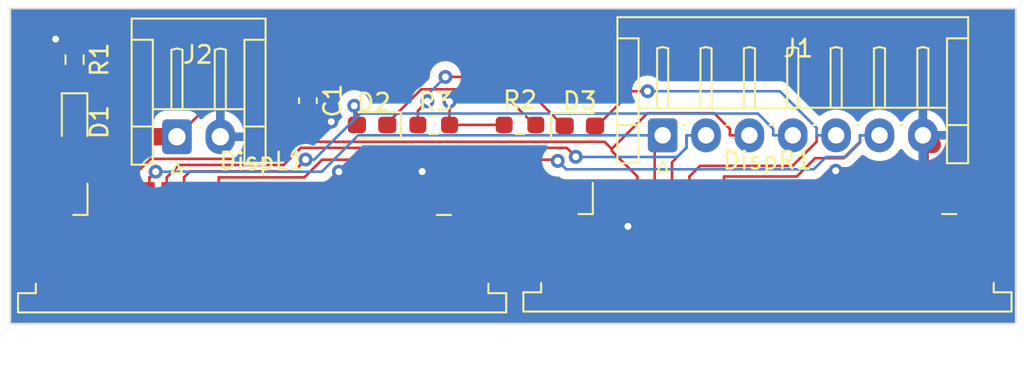
<source format=kicad_pcb>
(kicad_pcb (version 20221018) (generator pcbnew)
  (layers (0 "F.Cu" signal) (31 "B.Cu" signal) (34 "B.Paste" user) (35 "F.Paste" user) (36 "B.SilkS" user "B.Silkscreen") (37 "F.SilkS" user "F.Silkscreen") (38 "B.Mask" user) (39 "F.Mask" user) (44 "Edge.Cuts" user))
  (net 0 "")
  (net 1 "GND")
  (net 2 "SCK1")
  (net 3 "MISO1")
  (net 4 "MOSI1")
  (net 5 "CS1")
  (net 7 "RESET")
  (net 14 "CS2")
  (net 22 "+5V")
  (net 23 "Net-(D1-K)")
  (net 24 "Net-(D2-K)")
  (net 25 "Net-(D3-K)")
  (footprint "LED_SMD:LED_0603_1608Metric_Pad1.05x0.95mm_HandSolder" (layer "F.Cu") (at 126.975 38.1)
    (fp_text reference "D3" (at 0 -1.43) (layer "F.SilkS"))
    (fp_text value "Blue")
    (fp_line (start -1.66 -0.735) (end -1.66 0.735) (stroke (width 0.12)) (layer "F.SilkS"))
    (fp_line (start -1.66 0.735) (end 0.8 0.735) (stroke (width 0.12)) (layer "F.SilkS"))
    (fp_line (start 0.8 -0.735) (end -1.66 -0.735) (stroke (width 0.12)) (layer "F.SilkS"))
    (pad "1" smd roundrect (at -0.875 0) (size 1.05 0.95) (layers "F.Cu" "F.Paste" "F.Mask") (net 25 "Net-(D3-K)"))
    (pad "2" smd roundrect (at 0.875 0) (size 1.05 0.95) (layers "F.Cu" "F.Paste" "F.Mask") (net 14 "CS2"))
  )
  (footprint "Connector_JST:JST_EH_S7B-EH_1x07_P2.50mm_Horizontal" (layer "F.Cu") (at 131.75 38.65)
    (fp_text reference "J1" (at 7.82 -5.01) (layer "F.SilkS"))
    (fp_text value "Conn_01x07")
    (fp_line (start -2.61 -6.81) (end 17.61 -6.81) (stroke (width 0.12)) (layer "F.SilkS"))
    (fp_line (start -2.61 -5.59) (end -1.39 -5.59) (stroke (width 0.12)) (layer "F.SilkS"))
    (fp_line (start -2.61 1.61) (end -2.61 -6.81) (stroke (width 0.12)) (layer "F.SilkS"))
    (fp_line (start -1.39 -5.59) (end -1.39 -0.59) (stroke (width 0.12)) (layer "F.SilkS"))
    (fp_line (start -1.39 -1.59) (end 16.39 -1.59) (stroke (width 0.12)) (layer "F.SilkS"))
    (fp_line (start -1.39 -0.59) (end -2.61 -0.59) (stroke (width 0.12)) (layer "F.SilkS"))
    (fp_line (start -1.39 -0.59) (end -1.39 1.61) (stroke (width 0.12)) (layer "F.SilkS"))
    (fp_line (start -1.39 1.61) (end -2.61 1.61) (stroke (width 0.12)) (layer "F.SilkS"))
    (fp_line (start -0.32 -5.01) (end 0 -5.09) (stroke (width 0.12)) (layer "F.SilkS"))
    (fp_line (start -0.32 -1.59) (end -0.32 -5.01) (stroke (width 0.12)) (layer "F.SilkS"))
    (fp_line (start -0.3 2.1) (end 0.3 2.1) (stroke (width 0.12)) (layer "F.SilkS"))
    (fp_line (start 0 -5.09) (end 0.32 -5.01) (stroke (width 0.12)) (layer "F.SilkS"))
    (fp_line (start 0 -1.59) (end -0.32 -1.59) (stroke (width 0.12)) (layer "F.SilkS"))
    (fp_line (start 0 1.5) (end -0.3 2.1) (stroke (width 0.12)) (layer "F.SilkS"))
    (fp_line (start 0.3 2.1) (end 0 1.5) (stroke (width 0.12)) (layer "F.SilkS"))
    (fp_line (start 0.32 -5.01) (end 0.32 -1.59) (stroke (width 0.12)) (layer "F.SilkS"))
    (fp_line (start 0.32 -1.59) (end 0 -1.59) (stroke (width 0.12)) (layer "F.SilkS"))
    (fp_line (start 1.17 -0.59) (end 1.33 -0.59) (stroke (width 0.12)) (layer "F.SilkS"))
    (fp_line (start 2.18 -5.01) (end 2.5 -5.09) (stroke (width 0.12)) (layer "F.SilkS"))
    (fp_line (start 2.18 -1.59) (end 2.18 -5.01) (stroke (width 0.12)) (layer "F.SilkS"))
    (fp_line (start 2.5 -5.09) (end 2.82 -5.01) (stroke (width 0.12)) (layer "F.SilkS"))
    (fp_line (start 2.5 -1.59) (end 2.18 -1.59) (stroke (width 0.12)) (layer "F.SilkS"))
    (fp_line (start 2.82 -5.01) (end 2.82 -1.59) (stroke (width 0.12)) (layer "F.SilkS"))
    (fp_line (start 2.82 -1.59) (end 2.5 -1.59) (stroke (width 0.12)) (layer "F.SilkS"))
    (fp_line (start 3.67 -0.59) (end 3.83 -0.59) (stroke (width 0.12)) (layer "F.SilkS"))
    (fp_line (start 4.68 -5.01) (end 5 -5.09) (stroke (width 0.12)) (layer "F.SilkS"))
    (fp_line (start 4.68 -1.59) (end 4.68 -5.01) (stroke (width 0.12)) (layer "F.SilkS"))
    (fp_line (start 5 -5.09) (end 5.32 -5.01) (stroke (width 0.12)) (layer "F.SilkS"))
    (fp_line (start 5 -1.59) (end 4.68 -1.59) (stroke (width 0.12)) (layer "F.SilkS"))
    (fp_line (start 5.32 -5.01) (end 5.32 -1.59) (stroke (width 0.12)) (layer "F.SilkS"))
    (fp_line (start 5.32 -1.59) (end 5 -1.59) (stroke (width 0.12)) (layer "F.SilkS"))
    (fp_line (start 6.17 -0.59) (end 6.33 -0.59) (stroke (width 0.12)) (layer "F.SilkS"))
    (fp_line (start 7.18 -5.01) (end 7.5 -5.09) (stroke (width 0.12)) (layer "F.SilkS"))
    (fp_line (start 7.18 -1.59) (end 7.18 -5.01) (stroke (width 0.12)) (layer "F.SilkS"))
    (fp_line (start 7.5 -5.09) (end 7.82 -5.01) (stroke (width 0.12)) (layer "F.SilkS"))
    (fp_line (start 7.5 -1.59) (end 7.18 -1.59) (stroke (width 0.12)) (layer "F.SilkS"))
    (fp_line (start 7.82 -5.01) (end 7.82 -1.59) (stroke (width 0.12)) (layer "F.SilkS"))
    (fp_line (start 7.82 -1.59) (end 7.5 -1.59) (stroke (width 0.12)) (layer "F.SilkS"))
    (fp_line (start 8.67 -0.59) (end 8.83 -0.59) (stroke (width 0.12)) (layer "F.SilkS"))
    (fp_line (start 9.68 -5.01) (end 10 -5.09) (stroke (width 0.12)) (layer "F.SilkS"))
    (fp_line (start 9.68 -1.59) (end 9.68 -5.01) (stroke (width 0.12)) (layer "F.SilkS"))
    (fp_line (start 10 -5.09) (end 10.32 -5.01) (stroke (width 0.12)) (layer "F.SilkS"))
    (fp_line (start 10 -1.59) (end 9.68 -1.59) (stroke (width 0.12)) (layer "F.SilkS"))
    (fp_line (start 10.32 -5.01) (end 10.32 -1.59) (stroke (width 0.12)) (layer "F.SilkS"))
    (fp_line (start 10.32 -1.59) (end 10 -1.59) (stroke (width 0.12)) (layer "F.SilkS"))
    (fp_line (start 11.17 -0.59) (end 11.33 -0.59) (stroke (width 0.12)) (layer "F.SilkS"))
    (fp_line (start 12.18 -5.01) (end 12.5 -5.09) (stroke (width 0.12)) (layer "F.SilkS"))
    (fp_line (start 12.18 -1.59) (end 12.18 -5.01) (stroke (width 0.12)) (layer "F.SilkS"))
    (fp_line (start 12.5 -5.09) (end 12.82 -5.01) (stroke (width 0.12)) (layer "F.SilkS"))
    (fp_line (start 12.5 -1.59) (end 12.18 -1.59) (stroke (width 0.12)) (layer "F.SilkS"))
    (fp_line (start 12.82 -5.01) (end 12.82 -1.59) (stroke (width 0.12)) (layer "F.SilkS"))
    (fp_line (start 12.82 -1.59) (end 12.5 -1.59) (stroke (width 0.12)) (layer "F.SilkS"))
    (fp_line (start 13.67 -0.59) (end 13.83 -0.59) (stroke (width 0.12)) (layer "F.SilkS"))
    (fp_line (start 14.68 -5.01) (end 15 -5.09) (stroke (width 0.12)) (layer "F.SilkS"))
    (fp_line (start 14.68 -1.59) (end 14.68 -5.01) (stroke (width 0.12)) (layer "F.SilkS"))
    (fp_line (start 15 -5.09) (end 15.32 -5.01) (stroke (width 0.12)) (layer "F.SilkS"))
    (fp_line (start 15 -1.59) (end 14.68 -1.59) (stroke (width 0.12)) (layer "F.SilkS"))
    (fp_line (start 15.32 -5.01) (end 15.32 -1.59) (stroke (width 0.12)) (layer "F.SilkS"))
    (fp_line (start 15.32 -1.59) (end 15 -1.59) (stroke (width 0.12)) (layer "F.SilkS"))
    (fp_line (start 16.39 -5.59) (end 16.39 -0.59) (stroke (width 0.12)) (layer "F.SilkS"))
    (fp_line (start 16.39 -0.59) (end 17.61 -0.59) (stroke (width 0.12)) (layer "F.SilkS"))
    (fp_line (start 16.39 1.61) (end 16.39 -0.59) (stroke (width 0.12)) (layer "F.SilkS"))
    (fp_line (start 17.61 -6.81) (end 17.61 1.61) (stroke (width 0.12)) (layer "F.SilkS"))
    (fp_line (start 17.61 -5.59) (end 16.39 -5.59) (stroke (width 0.12)) (layer "F.SilkS"))
    (fp_line (start 17.61 1.61) (end 16.39 1.61) (stroke (width 0.12)) (layer "F.SilkS"))
    (pad "1" thru_hole roundrect (at 0 0) (size 1.7 1.95) (drill 0.95) (layers "*.Cu" "*.Mask") (roundrect_rratio 0.1470588235) (net 3 "MISO1"))
    (pad "2" thru_hole oval (at 2.5 0) (size 1.7 1.95) (drill 0.95) (layers "*.Cu" "*.Mask") (net 4 "MOSI1"))
    (pad "3" thru_hole oval (at 5 0) (size 1.7 1.95) (drill 0.95) (layers "*.Cu" "*.Mask") (net 2 "SCK1"))
    (pad "4" thru_hole oval (at 7.5 0) (size 1.7 1.95) (drill 0.95) (layers "*.Cu" "*.Mask") (net 5 "CS1"))
    (pad "5" thru_hole oval (at 10 0) (size 1.7 1.95) (drill 0.95) (layers "*.Cu" "*.Mask") (net 14 "CS2"))
    (pad "6" thru_hole oval (at 12.5 0) (size 1.7 1.95) (drill 0.95) (layers "*.Cu" "*.Mask") (net 7 "RESET"))
    (pad "7" thru_hole oval (at 15 0) (size 1.7 1.95) (drill 0.95) (layers "*.Cu" "*.Mask") (net 1 "GND"))
  )
  (footprint "Connector_FFC-FPC:TE_2-84952-0_1x20-1MP_P1.0mm_Horizontal" (layer "F.Cu") (at 108.66 44.15)
    (fp_text reference "DispL1" (at 0 -4) (layer "F.SilkS"))
    (fp_text value "Conn_02x10_Odd_Even")
    (fp_line (start -14.07 3.6) (end -13.045 3.6) (stroke (width 0.12)) (layer "F.SilkS"))
    (fp_line (start -14.07 4.71) (end -14.07 3.6) (stroke (width 0.12)) (layer "F.SilkS"))
    (fp_line (start -13.045 3.6) (end -13.045 3.06) (stroke (width 0.12)) (layer "F.SilkS"))
    (fp_line (start -10.89 -0.91) (end -10.065 -0.91) (stroke (width 0.12)) (layer "F.SilkS"))
    (fp_line (start -10.065 -0.91) (end -10.065 -2.71) (stroke (width 0.12)) (layer "F.SilkS"))
    (fp_line (start 10.065 -0.91) (end 10.89 -0.91) (stroke (width 0.12)) (layer "F.SilkS"))
    (fp_line (start 13.045 3.06) (end 13.045 3.6) (stroke (width 0.12)) (layer "F.SilkS"))
    (fp_line (start 13.045 3.6) (end 14.07 3.6) (stroke (width 0.12)) (layer "F.SilkS"))
    (fp_line (start 14.07 3.6) (end 14.07 4.71) (stroke (width 0.12)) (layer "F.SilkS"))
    (fp_line (start 14.07 4.71) (end -14.07 4.71) (stroke (width 0.12)) (layer "F.SilkS"))
    (pad "1" smd rect (at -9.5 -1.8) (size 0.61 2) (layers "F.Cu" "F.Paste" "F.Mask") (net 22 "+5V"))
    (pad "2" smd rect (at -8.5 -1.8) (size 0.61 2) (layers "F.Cu" "F.Paste" "F.Mask") (net 1 "GND"))
    (pad "3" smd rect (at -7.5 -1.8) (size 0.61 2) (layers "F.Cu" "F.Paste" "F.Mask") (net 2 "SCK1"))
    (pad "4" smd rect (at -6.5 -1.8) (size 0.61 2) (layers "F.Cu" "F.Paste" "F.Mask") (net 3 "MISO1"))
    (pad "5" smd rect (at -5.5 -1.8) (size 0.61 2) (layers "F.Cu" "F.Paste" "F.Mask") (net 4 "MOSI1"))
    (pad "6" smd rect (at -4.5 -1.8) (size 0.61 2) (layers "F.Cu" "F.Paste" "F.Mask") (net 5 "CS1"))
    (pad "7" smd rect (at -3.5 -1.8) (size 0.61 2) (layers "F.Cu" "F.Paste" "F.Mask"))
    (pad "8" smd rect (at -2.5 -1.8) (size 0.61 2) (layers "F.Cu" "F.Paste" "F.Mask") (net 7 "RESET"))
    (pad "9" smd rect (at -1.5 -1.8) (size 0.61 2) (layers "F.Cu" "F.Paste" "F.Mask"))
    (pad "10" smd rect (at -0.5 -1.8) (size 0.61 2) (layers "F.Cu" "F.Paste" "F.Mask"))
    (pad "11" smd rect (at 0.5 -1.8) (size 0.61 2) (layers "F.Cu" "F.Paste" "F.Mask"))
    (pad "12" smd rect (at 1.5 -1.8) (size 0.61 2) (layers "F.Cu" "F.Paste" "F.Mask"))
    (pad "13" smd rect (at 2.5 -1.8) (size 0.61 2) (layers "F.Cu" "F.Paste" "F.Mask"))
    (pad "14" smd rect (at 3.5 -1.8) (size 0.61 2) (layers "F.Cu" "F.Paste" "F.Mask"))
    (pad "15" smd rect (at 4.5 -1.8) (size 0.61 2) (layers "F.Cu" "F.Paste" "F.Mask") (net 1 "GND"))
    (pad "16" smd rect (at 5.5 -1.8) (size 0.61 2) (layers "F.Cu" "F.Paste" "F.Mask") (net 22 "+5V"))
    (pad "17" smd rect (at 6.5 -1.8) (size 0.61 2) (layers "F.Cu" "F.Paste" "F.Mask") (net 22 "+5V"))
    (pad "18" smd rect (at 7.5 -1.8) (size 0.61 2) (layers "F.Cu" "F.Paste" "F.Mask") (net 22 "+5V"))
    (pad "19" smd rect (at 8.5 -1.8) (size 0.61 2) (layers "F.Cu" "F.Paste" "F.Mask") (net 1 "GND"))
    (pad "20" smd rect (at 9.5 -1.8) (size 0.61 2) (layers "F.Cu" "F.Paste" "F.Mask") (net 1 "GND"))
    (pad "MP" smd rect (at -12.49 1) (size 2.68 3.6) (layers "F.Cu" "F.Paste" "F.Mask"))
    (pad "MP" smd rect (at 12.49 1) (size 2.68 3.6) (layers "F.Cu" "F.Paste" "F.Mask"))
  )
  (footprint "LED_SMD:LED_0603_1608Metric_Pad1.05x0.95mm_HandSolder" (layer "F.Cu") (at 97.85 37.8875 -90)
    (fp_text reference "D1" (at 0 -1.43 90) (layer "F.SilkS"))
    (fp_text value "Green")
    (fp_line (start -1.66 -0.735) (end -1.66 0.735) (stroke (width 0.12)) (layer "F.SilkS"))
    (fp_line (start -1.66 0.735) (end 0.8 0.735) (stroke (width 0.12)) (layer "F.SilkS"))
    (fp_line (start 0.8 -0.735) (end -1.66 -0.735) (stroke (width 0.12)) (layer "F.SilkS"))
    (pad "1" smd roundrect (at -0.875 0 270) (size 1.05 0.95) (layers "F.Cu" "F.Paste" "F.Mask") (net 23 "Net-(D1-K)"))
    (pad "2" smd roundrect (at 0.875 0 270) (size 1.05 0.95) (layers "F.Cu" "F.Paste" "F.Mask") (net 22 "+5V"))
  )
  (footprint "Resistor_SMD:R_0603_1608Metric_Pad0.98x0.95mm_HandSolder" (layer "F.Cu") (at 97.85 34.2875 -90)
    (fp_text reference "R1" (at 0 -1.43 90) (layer "F.SilkS"))
    (fp_text value "150Ohm")
    (fp_line (start -0.254724 -0.5225) (end 0.254724 -0.5225) (stroke (width 0.12)) (layer "F.SilkS"))
    (fp_line (start -0.254724 0.5225) (end 0.254724 0.5225) (stroke (width 0.12)) (layer "F.SilkS"))
    (pad "1" smd roundrect (at -0.9125 0 270) (size 0.975 0.95) (layers "F.Cu" "F.Paste" "F.Mask") (net 1 "GND"))
    (pad "2" smd roundrect (at 0.9125 0 270) (size 0.975 0.95) (layers "F.Cu" "F.Paste" "F.Mask") (net 23 "Net-(D1-K)"))
  )
  (footprint "Connector_FFC-FPC:TE_2-84952-0_1x20-1MP_P1.0mm_Horizontal" (layer "F.Cu") (at 137.79 44.1)
    (fp_text reference "DispR1" (at 0 -4) (layer "F.SilkS"))
    (fp_text value "Conn_02x10_Odd_Even")
    (fp_line (start -14.07 3.6) (end -13.045 3.6) (stroke (width 0.12)) (layer "F.SilkS"))
    (fp_line (start -14.07 4.71) (end -14.07 3.6) (stroke (width 0.12)) (layer "F.SilkS"))
    (fp_line (start -13.045 3.6) (end -13.045 3.06) (stroke (width 0.12)) (layer "F.SilkS"))
    (fp_line (start -10.89 -0.91) (end -10.065 -0.91) (stroke (width 0.12)) (layer "F.SilkS"))
    (fp_line (start -10.065 -0.91) (end -10.065 -2.71) (stroke (width 0.12)) (layer "F.SilkS"))
    (fp_line (start 10.065 -0.91) (end 10.89 -0.91) (stroke (width 0.12)) (layer "F.SilkS"))
    (fp_line (start 13.045 3.06) (end 13.045 3.6) (stroke (width 0.12)) (layer "F.SilkS"))
    (fp_line (start 13.045 3.6) (end 14.07 3.6) (stroke (width 0.12)) (layer "F.SilkS"))
    (fp_line (start 14.07 3.6) (end 14.07 4.71) (stroke (width 0.12)) (layer "F.SilkS"))
    (fp_line (start 14.07 4.71) (end -14.07 4.71) (stroke (width 0.12)) (layer "F.SilkS"))
    (pad "1" smd rect (at -9.5 -1.8) (size 0.61 2) (layers "F.Cu" "F.Paste" "F.Mask") (net 22 "+5V"))
    (pad "2" smd rect (at -8.5 -1.8) (size 0.61 2) (layers "F.Cu" "F.Paste" "F.Mask") (net 1 "GND"))
    (pad "3" smd rect (at -7.5 -1.8) (size 0.61 2) (layers "F.Cu" "F.Paste" "F.Mask") (net 2 "SCK1"))
    (pad "4" smd rect (at -6.5 -1.8) (size 0.61 2) (layers "F.Cu" "F.Paste" "F.Mask") (net 3 "MISO1"))
    (pad "5" smd rect (at -5.5 -1.8) (size 0.61 2) (layers "F.Cu" "F.Paste" "F.Mask") (net 4 "MOSI1"))
    (pad "6" smd rect (at -4.5 -1.8) (size 0.61 2) (layers "F.Cu" "F.Paste" "F.Mask") (net 14 "CS2"))
    (pad "7" smd rect (at -3.5 -1.8) (size 0.61 2) (layers "F.Cu" "F.Paste" "F.Mask"))
    (pad "8" smd rect (at -2.5 -1.8) (size 0.61 2) (layers "F.Cu" "F.Paste" "F.Mask") (net 7 "RESET"))
    (pad "9" smd rect (at -1.5 -1.8) (size 0.61 2) (layers "F.Cu" "F.Paste" "F.Mask"))
    (pad "10" smd rect (at -0.5 -1.8) (size 0.61 2) (layers "F.Cu" "F.Paste" "F.Mask"))
    (pad "11" smd rect (at 0.5 -1.8) (size 0.61 2) (layers "F.Cu" "F.Paste" "F.Mask"))
    (pad "12" smd rect (at 1.5 -1.8) (size 0.61 2) (layers "F.Cu" "F.Paste" "F.Mask"))
    (pad "13" smd rect (at 2.5 -1.8) (size 0.61 2) (layers "F.Cu" "F.Paste" "F.Mask"))
    (pad "14" smd rect (at 3.5 -1.8) (size 0.61 2) (layers "F.Cu" "F.Paste" "F.Mask"))
    (pad "15" smd rect (at 4.5 -1.8) (size 0.61 2) (layers "F.Cu" "F.Paste" "F.Mask") (net 1 "GND"))
    (pad "16" smd rect (at 5.5 -1.8) (size 0.61 2) (layers "F.Cu" "F.Paste" "F.Mask") (net 22 "+5V"))
    (pad "17" smd rect (at 6.5 -1.8) (size 0.61 2) (layers "F.Cu" "F.Paste" "F.Mask") (net 22 "+5V"))
    (pad "18" smd rect (at 7.5 -1.8) (size 0.61 2) (layers "F.Cu" "F.Paste" "F.Mask") (net 22 "+5V"))
    (pad "19" smd rect (at 8.5 -1.8) (size 0.61 2) (layers "F.Cu" "F.Paste" "F.Mask") (net 1 "GND"))
    (pad "20" smd rect (at 9.5 -1.8) (size 0.61 2) (layers "F.Cu" "F.Paste" "F.Mask") (net 1 "GND"))
    (pad "MP" smd rect (at -12.49 1) (size 2.68 3.6) (layers "F.Cu" "F.Paste" "F.Mask"))
    (pad "MP" smd rect (at 12.49 1) (size 2.68 3.6) (layers "F.Cu" "F.Paste" "F.Mask"))
  )
  (footprint "LED_SMD:LED_0603_1608Metric_Pad1.05x0.95mm_HandSolder" (layer "F.Cu") (at 115 38.05 180)
    (fp_text reference "D2" (at -0.1 1.3) (layer "F.SilkS"))
    (fp_text value "Blue")
    (fp_line (start -1.66 -0.735) (end -1.66 0.735) (stroke (width 0.12)) (layer "F.SilkS"))
    (fp_line (start -1.66 0.735) (end 0.8 0.735) (stroke (width 0.12)) (layer "F.SilkS"))
    (fp_line (start 0.8 -0.735) (end -1.66 -0.735) (stroke (width 0.12)) (layer "F.SilkS"))
    (pad "1" smd roundrect (at -0.875 0 180) (size 1.05 0.95) (layers "F.Cu" "F.Paste" "F.Mask") (net 24 "Net-(D2-K)"))
    (pad "2" smd roundrect (at 0.875 0 180) (size 1.05 0.95) (layers "F.Cu" "F.Paste" "F.Mask") (net 5 "CS1"))
  )
  (footprint "Resistor_SMD:R_0603_1608Metric_Pad0.98x0.95mm_HandSolder" (layer "F.Cu") (at 118.55 38.05 180)
    (fp_text reference "R3" (at -0.1 1.3) (layer "F.SilkS"))
    (fp_text value "150Ohm")
    (fp_line (start -0.254724 -0.5225) (end 0.254724 -0.5225) (stroke (width 0.12)) (layer "F.SilkS"))
    (fp_line (start -0.254724 0.5225) (end 0.254724 0.5225) (stroke (width 0.12)) (layer "F.SilkS"))
    (pad "1" smd roundrect (at -0.9125 0 180) (size 0.975 0.95) (layers "F.Cu" "F.Paste" "F.Mask") (net 1 "GND"))
    (pad "2" smd roundrect (at 0.9125 0 180) (size 0.975 0.95) (layers "F.Cu" "F.Paste" "F.Mask") (net 25 "Net-(D3-K)"))
  )
  (footprint "Resistor_SMD:R_0603_1608Metric_Pad0.98x0.95mm_HandSolder" (layer "F.Cu") (at 123.525 38.05)
    (fp_text reference "R2" (at 0 -1.43) (layer "F.SilkS"))
    (fp_text value "150Ohm")
    (fp_line (start -0.254724 -0.5225) (end 0.254724 -0.5225) (stroke (width 0.12)) (layer "F.SilkS"))
    (fp_line (start -0.254724 0.5225) (end 0.254724 0.5225) (stroke (width 0.12)) (layer "F.SilkS"))
    (pad "1" smd roundrect (at -0.9125 0) (size 0.975 0.95) (layers "F.Cu" "F.Paste" "F.Mask") (net 1 "GND"))
    (pad "2" smd roundrect (at 0.9125 0) (size 0.975 0.95) (layers "F.Cu" "F.Paste" "F.Mask") (net 24 "Net-(D2-K)"))
  )
  (footprint "Connector_JST:JST_EH_S2B-EH_1x02_P2.50mm_Horizontal" (layer "F.Cu") (at 103.75 38.7325)
    (fp_text reference "J2" (at 1.2 -4.7325) (layer "F.SilkS"))
    (fp_text value "Conn_01x02")
    (fp_line (start -2.61 -6.81) (end 5.11 -6.81) (stroke (width 0.12)) (layer "F.SilkS"))
    (fp_line (start -2.61 -5.59) (end -1.39 -5.59) (stroke (width 0.12)) (layer "F.SilkS"))
    (fp_line (start -2.61 1.61) (end -2.61 -6.81) (stroke (width 0.12)) (layer "F.SilkS"))
    (fp_line (start -1.39 -5.59) (end -1.39 -0.59) (stroke (width 0.12)) (layer "F.SilkS"))
    (fp_line (start -1.39 -1.59) (end 3.89 -1.59) (stroke (width 0.12)) (layer "F.SilkS"))
    (fp_line (start -1.39 -0.59) (end -2.61 -0.59) (stroke (width 0.12)) (layer "F.SilkS"))
    (fp_line (start -1.39 -0.59) (end -1.39 1.61) (stroke (width 0.12)) (layer "F.SilkS"))
    (fp_line (start -1.39 1.61) (end -2.61 1.61) (stroke (width 0.12)) (layer "F.SilkS"))
    (fp_line (start -0.32 -5.01) (end 0 -5.09) (stroke (width 0.12)) (layer "F.SilkS"))
    (fp_line (start -0.32 -1.59) (end -0.32 -5.01) (stroke (width 0.12)) (layer "F.SilkS"))
    (fp_line (start -0.3 2.1) (end 0.3 2.1) (stroke (width 0.12)) (layer "F.SilkS"))
    (fp_line (start 0 -5.09) (end 0.32 -5.01) (stroke (width 0.12)) (layer "F.SilkS"))
    (fp_line (start 0 -1.59) (end -0.32 -1.59) (stroke (width 0.12)) (layer "F.SilkS"))
    (fp_line (start 0 1.5) (end -0.3 2.1) (stroke (width 0.12)) (layer "F.SilkS"))
    (fp_line (start 0.3 2.1) (end 0 1.5) (stroke (width 0.12)) (layer "F.SilkS"))
    (fp_line (start 0.32 -5.01) (end 0.32 -1.59) (stroke (width 0.12)) (layer "F.SilkS"))
    (fp_line (start 0.32 -1.59) (end 0 -1.59) (stroke (width 0.12)) (layer "F.SilkS"))
    (fp_line (start 1.17 -0.59) (end 1.33 -0.59) (stroke (width 0.12)) (layer "F.SilkS"))
    (fp_line (start 2.18 -5.01) (end 2.5 -5.09) (stroke (width 0.12)) (layer "F.SilkS"))
    (fp_line (start 2.18 -1.59) (end 2.18 -5.01) (stroke (width 0.12)) (layer "F.SilkS"))
    (fp_line (start 2.5 -5.09) (end 2.82 -5.01) (stroke (width 0.12)) (layer "F.SilkS"))
    (fp_line (start 2.5 -1.59) (end 2.18 -1.59) (stroke (width 0.12)) (layer "F.SilkS"))
    (fp_line (start 2.82 -5.01) (end 2.82 -1.59) (stroke (width 0.12)) (layer "F.SilkS"))
    (fp_line (start 2.82 -1.59) (end 2.5 -1.59) (stroke (width 0.12)) (layer "F.SilkS"))
    (fp_line (start 3.89 -5.59) (end 3.89 -0.59) (stroke (width 0.12)) (layer "F.SilkS"))
    (fp_line (start 3.89 -0.59) (end 5.11 -0.59) (stroke (width 0.12)) (layer "F.SilkS"))
    (fp_line (start 3.89 1.61) (end 3.89 -0.59) (stroke (width 0.12)) (layer "F.SilkS"))
    (fp_line (start 5.11 -6.81) (end 5.11 1.61) (stroke (width 0.12)) (layer "F.SilkS"))
    (fp_line (start 5.11 -5.59) (end 3.89 -5.59) (stroke (width 0.12)) (layer "F.SilkS"))
    (fp_line (start 5.11 1.61) (end 3.89 1.61) (stroke (width 0.12)) (layer "F.SilkS"))
    (pad "1" thru_hole roundrect (at 0 0) (size 1.7 2) (drill 1) (layers "*.Cu" "*.Mask") (roundrect_rratio 0.1470588235) (net 22 "+5V"))
    (pad "2" thru_hole oval (at 2.5 0) (size 1.7 2) (drill 1) (layers "*.Cu" "*.Mask") (net 1 "GND"))
  )
  (footprint "Capacitor_SMD:C_0603_1608Metric_Pad1.08x0.95mm_HandSolder" (layer "F.Cu") (at 111.3 36.65 -90)
    (fp_text reference "C1" (at 0 -1.43 -90) (layer "F.SilkS"))
    (fp_text value "4.7uf")
    (fp_line (start -0.146267 -0.51) (end 0.146267 -0.51) (stroke (width 0.12)) (layer "F.SilkS"))
    (fp_line (start -0.146267 0.51) (end 0.146267 0.51) (stroke (width 0.12)) (layer "F.SilkS"))
    (pad "1" smd roundrect (at -0.8625 0 270) (size 1.075 0.95) (layers "F.Cu" "F.Paste" "F.Mask") (net 22 "+5V"))
    (pad "2" smd roundrect (at 0.8625 0 270) (size 1.075 0.95) (layers "F.Cu" "F.Paste" "F.Mask") (net 1 "GND"))
  )
  (gr_rect (start 94.15 31.35) (end 152.1 49.5) (stroke (width 0.1)) (fill none) (layer "Edge.Cuts"))
  (segment (start 141.725 40.6943) (end 142.056 41.0249) (width 0.15) (layer "F.Cu") (net 1))
  (segment (start 147.02 38.92) (end 147.02 41.0249) (width 0.15) (layer "F.Cu") (net 1))
  (segment (start 146.29 41.0249) (end 147.02 41.0249) (width 0.15) (layer "F.Cu") (net 1))
  (segment (start 96.7589 33.1056) (end 97.5806 33.1056) (width 0.15) (layer "F.Cu") (net 1))
  (segment (start 113.16 42.35) (end 113.16 43.6251) (width 0.15) (layer "F.Cu") (net 1))
  (segment (start 142.056 41.0249) (end 142.29 41.0249) (width 0.15) (layer "F.Cu") (net 1))
  (segment (start 113.16 43.6251) (end 100.16 43.6251) (width 0.15) (layer "F.Cu") (net 1))
  (segment (start 118.16 41.0749) (end 118.16 42.35) (width 0.15) (layer "F.Cu") (net 1))
  (segment (start 113.16 42.35) (end 113.16 41.0749) (width 0.15) (layer "F.Cu") (net 1))
  (segment (start 117.888 40.7402) (end 117.888 41.0749) (width 0.15) (layer "F.Cu") (net 1))
  (segment (start 122.638 38.15) (end 122.588 38.1) (width 0.15) (layer "F.Cu") (net 1))
  (segment (start 111.384 37.6) (end 111.3 37.6) (width 1) (layer "F.Cu") (net 1))
  (segment (start 111.735 37.866) (end 111.469 37.6) (width 0.15) (layer "F.Cu") (net 1))
  (segment (start 117.16 41.0749) (end 117.888 41.0749) (width 0.15) (layer "F.Cu") (net 1))
  (segment (start 97.5806 33.1056) (end 97.85 33.375) (width 0.15) (layer "F.Cu") (net 1))
  (segment (start 111.469 37.6) (end 111.384 37.6) (width 1) (layer "F.Cu") (net 1))
  (segment (start 142.29 41.0249) (end 142.29 42.3) (width 0.15) (layer "F.Cu") (net 1))
  (segment (start 147.02 41.0249) (end 147.29 41.0249) (width 0.15) (layer "F.Cu") (net 1))
  (segment (start 100.16 43.6251) (end 100.16 42.35) (width 0.15) (layer "F.Cu") (net 1))
  (segment (start 117.888 41.0749) (end 118.16 41.0749) (width 0.15) (layer "F.Cu") (net 1))
  (segment (start 147.02 38.92) (end 146.75 38.65) (width 1) (layer "F.Cu") (net 1))
  (segment (start 111.384 37.6) (end 111.3 37.5155) (width 0.15) (layer "F.Cu") (net 1))
  (segment (start 119.4625 38.05) (end 119.462 38.05) (width 0.15) (layer "F.Cu") (net 1))
  (segment (start 122.6125 38.0755) (end 122.6125 38.05) (width 0.15) (layer "F.Cu") (net 1))
  (segment (start 129.423 43.5751) (end 129.748 43.9001) (width 0.15) (layer "F.Cu") (net 1))
  (segment (start 111.3 37.5155) (end 111.3 37.5125) (width 0.15) (layer "F.Cu") (net 1))
  (segment (start 122.588 38.1) (end 122.538 38.05) (width 0.15) (layer "F.Cu") (net 1))
  (segment (start 147.29 41.0249) (end 147.29 42.3) (width 0.15) (layer "F.Cu") (net 1))
  (segment (start 146.29 42.3) (end 146.29 41.0249) (width 0.15) (layer "F.Cu") (net 1))
  (segment (start 129.29 42.3) (end 129.29 43.5751) (width 0.15) (layer "F.Cu") (net 1))
  (segment (start 122.588 38.1) (end 122.6125 38.0755) (width 0.15) (layer "F.Cu") (net 1))
  (segment (start 122.538 38.05) (end 119.4625 38.05) (width 0.15) (layer "F.Cu") (net 1))
  (segment (start 113.084 40.9993) (end 113.084 40.746) (width 0.15) (layer "F.Cu") (net 1))
  (segment (start 112.648 37.866) (end 111.735 37.866) (width 0.15) (layer "F.Cu") (net 1))
  (segment (start 117.16 42.35) (end 117.16 41.0749) (width 0.15) (layer "F.Cu") (net 1))
  (segment (start 147.29 39.19) (end 147.02 38.92) (width 1) (layer "F.Cu") (net 1))
  (segment (start 113.16 41.0749) (end 113.084 40.9993) (width 0.15) (layer "F.Cu") (net 1))
  (segment (start 119.462 38.05) (end 119.462 36.7076) (width 0.15) (layer "F.Cu") (net 1))
  (segment (start 129.29 43.5751) (end 129.423 43.5751) (width 0.15) (layer "F.Cu") (net 1))
  (via (at 119.462 36.7076) (size 0.8) (drill 0.4) (layers "F.Cu" "B.Cu") (net 1))
  (via (at 117.888 40.7402) (size 0.8) (drill 0.4) (layers "F.Cu" "B.Cu") (net 1))
  (via (at 96.7589 33.1056) (size 0.8) (drill 0.4) (layers "F.Cu" "B.Cu") (net 1))
  (via (at 112.648 37.866) (size 0.8) (drill 0.4) (layers "F.Cu" "B.Cu") (net 1))
  (via (at 141.725 40.6943) (size 0.8) (drill 0.4) (layers "F.Cu" "B.Cu") (net 1))
  (via (at 113.084 40.746) (size 0.8) (drill 0.4) (layers "F.Cu" "B.Cu") (net 1))
  (via (at 129.748 43.9001) (size 0.8) (drill 0.4) (layers "F.Cu" "B.Cu") (net 1))
  (segment (start 110.551 39.024) (end 109.566 40.0085) (width 0.15) (layer "F.Cu") (net 2))
  (segment (start 128.402 39.024) (end 110.551 39.024) (width 0.15) (layer "F.Cu") (net 2))
  (segment (start 128.815 39.5503) (end 128.815 39.4375) (width 0.15) (layer "F.Cu") (net 2))
  (segment (start 130.29 42.3) (end 130.29 41.0249) (width 0.15) (layer "F.Cu") (net 2))
  (segment (start 135.625 38.65) (end 136.75 38.65) (width 0.15) (layer "F.Cu") (net 2))
  (segment (start 102.226 40.0085) (end 101.16 41.0749) (width 0.15) (layer "F.Cu") (net 2))
  (segment (start 130.878 37.3749) (end 134.719 37.3749) (width 0.15) (layer "F.Cu") (net 2))
  (segment (start 134.719 37.3749) (end 135.625 38.2804) (width 0.15) (layer "F.Cu") (net 2))
  (segment (start 128.815 39.4375) (end 130.878 37.3749) (width 0.15) (layer "F.Cu") (net 2))
  (segment (start 130.29 41.0249) (end 128.815 39.5503) (width 0.15) (layer "F.Cu") (net 2))
  (segment (start 135.625 38.2804) (end 135.625 38.65) (width 0.15) (layer "F.Cu") (net 2))
  (segment (start 128.815 39.4375) (end 128.402 39.024) (width 0.15) (layer "F.Cu") (net 2))
  (segment (start 101.16 41.0749) (end 101.16 42.35) (width 0.15) (layer "F.Cu") (net 2))
  (segment (start 109.566 40.0085) (end 102.226 40.0085) (width 0.15) (layer "F.Cu") (net 2))
  (segment (start 131.29 42.3) (end 131.29 39.11) (width 0.15) (layer "F.Cu") (net 3))
  (segment (start 102.16 41.0749) (end 102.197 41.0749) (width 0.15) (layer "F.Cu") (net 3))
  (segment (start 131.29 39.11) (end 131.75 38.65) (width 0.15) (layer "F.Cu") (net 3))
  (segment (start 102.16 42.35) (end 102.16 41.0749) (width 0.15) (layer "F.Cu") (net 3))
  (segment (start 102.197 41.0749) (end 102.523 40.7483) (width 0.15) (layer "F.Cu") (net 3))
  (via (at 102.523 40.7483) (size 0.8) (drill 0.4) (layers "F.Cu" "B.Cu") (net 3))
  (segment (start 131.75 38.65) (end 114.201 38.65) (width 0.15) (layer "B.Cu") (net 3))
  (segment (start 114.201 38.65) (end 112.102 40.7483) (width 0.15) (layer "B.Cu") (net 3))
  (segment (start 112.102 40.7483) (end 102.523 40.7483) (width 0.15) (layer "B.Cu") (net 3))
  (segment (start 132.29 40.2022) (end 132.29 42.3) (width 0.15) (layer "F.Cu") (net 4))
  (segment (start 103.876 40.3587) (end 103.16 41.0749) (width 0.15) (layer "F.Cu") (net 4))
  (segment (start 109.904 40.3587) (end 103.876 40.3587) (width 0.15) (layer "F.Cu") (net 4))
  (segment (start 133.125 38.65) (end 133.125 39.3673) (width 0.15) (layer "F.Cu") (net 4))
  (segment (start 133.125 39.3673) (end 132.29 40.2022) (width 0.15) (layer "F.Cu") (net 4))
  (segment (start 103.16 41.0749) (end 103.16 42.35) (width 0.15) (layer "F.Cu") (net 4))
  (segment (start 110.889 39.3741) (end 109.904 40.3587) (width 0.15) (layer "F.Cu") (net 4))
  (segment (start 126.225 39.3741) (end 110.889 39.3741) (width 0.15) (layer "F.Cu") (net 4))
  (segment (start 126.739 39.8877) (end 126.225 39.3741) (width 0.15) (layer "F.Cu") (net 4))
  (segment (start 134.25 38.65) (end 133.125 38.65) (width 0.15) (layer "F.Cu") (net 4))
  (via (at 126.739 39.8877) (size 0.8) (drill 0.4) (layers "F.Cu" "B.Cu") (net 4))
  (segment (start 133.125 39.3532) (end 132.577 39.9012) (width 0.15) (layer "B.Cu") (net 4))
  (segment (start 132.577 39.9012) (end 126.752 39.9012) (width 0.15) (layer "B.Cu") (net 4))
  (segment (start 133.125 38.65) (end 133.125 39.3532) (width 0.15) (layer "B.Cu") (net 4))
  (segment (start 126.752 39.9012) (end 126.739 39.8877) (width 0.15) (layer "B.Cu") (net 4))
  (segment (start 134.25 38.65) (end 133.125 38.65) (width 0.15) (layer "B.Cu") (net 4))
  (segment (start 114.125 37.1009) (end 113.972 36.9483) (width 0.15) (layer "F.Cu") (net 5))
  (segment (start 104.16 41.0749) (end 104.51 40.7247) (width 0.15) (layer "F.Cu") (net 5))
  (segment (start 110.493 40.7247) (end 111.168 40.0492) (width 0.15) (layer "F.Cu") (net 5))
  (segment (start 104.16 42.35) (end 104.16 41.0749) (width 0.15) (layer "F.Cu") (net 5))
  (segment (start 114.125 38.05) (end 114.125 37.1009) (width 0.15) (layer "F.Cu") (net 5))
  (segment (start 104.51 40.7247) (end 110.493 40.7247) (width 0.15) (layer "F.Cu") (net 5))
  (via (at 113.972 36.9483) (size 0.8) (drill 0.4) (layers "F.Cu" "B.Cu") (net 5))
  (via (at 111.168 40.0492) (size 0.8) (drill 0.4) (layers "F.Cu" "B.Cu") (net 5))
  (segment (start 111.168 40.0492) (end 111.664 40.0492) (width 0.15) (layer "B.Cu") (net 5))
  (segment (start 138.125 38.2804) (end 138.125 38.65) (width 0.15) (layer "B.Cu") (net 5))
  (segment (start 114.316 37.3972) (end 137.242 37.3972) (width 0.15) (layer "B.Cu") (net 5))
  (segment (start 137.242 37.3972) (end 138.125 38.2804) (width 0.15) (layer "B.Cu") (net 5))
  (segment (start 113.972 37.7408) (end 113.972 36.9483) (width 0.15) (layer "B.Cu") (net 5))
  (segment (start 138.125 38.65) (end 139.25 38.65) (width 0.15) (layer "B.Cu") (net 5))
  (segment (start 113.972 37.7408) (end 114.316 37.3972) (width 0.15) (layer "B.Cu") (net 5))
  (segment (start 111.664 40.0492) (end 113.972 37.7408) (width 0.15) (layer "B.Cu") (net 5))
  (segment (start 139.483 41.0249) (end 140.538 39.9697) (width 0.15) (layer "F.Cu") (net 7))
  (segment (start 112.117 40.0554) (end 125.632 40.0554) (width 0.15) (layer "F.Cu") (net 7))
  (segment (start 143.125 39.0196) (end 143.125 38.65) (width 0.15) (layer "F.Cu") (net 7))
  (segment (start 135.29 41.0249) (end 139.483 41.0249) (width 0.15) (layer "F.Cu") (net 7))
  (segment (start 135.29 42.3) (end 135.29 41.0249) (width 0.15) (layer "F.Cu") (net 7))
  (segment (start 111.097 41.0749) (end 112.117 40.0554) (width 0.15) (layer "F.Cu") (net 7))
  (segment (start 140.538 39.9697) (end 142.175 39.9697) (width 0.15) (layer "F.Cu") (net 7))
  (segment (start 106.16 41.0749) (end 111.097 41.0749) (width 0.15) (layer "F.Cu") (net 7))
  (segment (start 106.16 42.35) (end 106.16 41.0749) (width 0.15) (layer "F.Cu") (net 7))
  (segment (start 125.632 40.0554) (end 125.701 40.1252) (width 0.15) (layer "F.Cu") (net 7))
  (segment (start 142.175 39.9697) (end 143.125 39.0196) (width 0.15) (layer "F.Cu") (net 7))
  (segment (start 143.125 38.65) (end 144.25 38.65) (width 0.15) (layer "F.Cu") (net 7))
  (via (at 125.701 40.1252) (size 0.8) (drill 0.4) (layers "F.Cu" "B.Cu") (net 7))
  (segment (start 144.25 38.65) (end 143.125 38.65) (width 0.15) (layer "B.Cu") (net 7))
  (segment (start 140.46 40.6092) (end 126.185 40.6092) (width 0.15) (layer "B.Cu") (net 7))
  (segment (start 141.169 39.9002) (end 140.46 40.6092) (width 0.15) (layer "B.Cu") (net 7))
  (segment (start 143.125 39.0719) (end 142.297 39.9002) (width 0.15) (layer "B.Cu") (net 7))
  (segment (start 126.185 40.6092) (end 125.701 40.1252) (width 0.15) (layer "B.Cu") (net 7))
  (segment (start 143.125 38.65) (end 143.125 39.0719) (width 0.15) (layer "B.Cu") (net 7))
  (segment (start 142.297 39.9002) (end 141.169 39.9002) (width 0.15) (layer "B.Cu") (net 7))
  (segment (start 133.29 41.0249) (end 133.904 40.4113) (width 0.15) (layer "F.Cu") (net 14))
  (segment (start 140.625 39.0196) (end 140.625 38.65) (width 0.15) (layer "F.Cu") (net 14))
  (segment (start 139.233 40.4113) (end 140.625 39.0196) (width 0.15) (layer "F.Cu") (net 14))
  (segment (start 140.625 38.65) (end 141.75 38.65) (width 0.15) (layer "F.Cu") (net 14))
  (segment (start 127.85 38.1) (end 127.9125 38.1625) (width 0.15) (layer "F.Cu") (net 14))
  (segment (start 130.879 36.1099) (end 129.965 36.1099) (width 0.15) (layer "F.Cu") (net 14))
  (segment (start 127.9125 38.1625) (end 127.875 38.2) (width 0.15) (layer "F.Cu") (net 14))
  (segment (start 133.29 42.3) (end 133.29 41.0249) (width 0.15) (layer "F.Cu") (net 14))
  (segment (start 129.965 36.1099) (end 127.9125 38.1625) (width 0.15) (layer "F.Cu") (net 14))
  (segment (start 133.904 40.4113) (end 139.233 40.4113) (width 0.15) (layer "F.Cu") (net 14))
  (via (at 130.879 36.1099) (size 0.8) (drill 0.4) (layers "F.Cu" "B.Cu") (net 14))
  (segment (start 140.625 38.65) (end 140.625 38.2281) (width 0.15) (layer "B.Cu") (net 14))
  (segment (start 141.75 38.65) (end 140.625 38.65) (width 0.15) (layer "B.Cu") (net 14))
  (segment (start 138.507 36.1099) (end 130.879 36.1099) (width 0.15) (layer "B.Cu") (net 14))
  (segment (start 140.625 38.2281) (end 138.507 36.1099) (width 0.15) (layer "B.Cu") (net 14))
  (segment (start 145.285 42.3) (end 145.29 42.3) (width 0.15) (layer "F.Cu") (net 22))
  (segment (start 144.29 42.3) (end 143.295 42.3) (width 1) (layer "F.Cu") (net 22))
  (segment (start 111.212 35.7) (end 106.782 35.7) (width 0.15) (layer "F.Cu") (net 22))
  (segment (start 115.16 42.35) (end 114.662 42.35) (width 1) (layer "F.Cu") (net 22))
  (segment (start 115.16 42.35) (end 116.155 42.35) (width 1) (layer "F.Cu") (net 22))
  (segment (start 114.662 42.35) (end 114.165 42.35) (width 0.15) (layer "F.Cu") (net 22))
  (segment (start 143.295 42.3) (end 143.29 42.3) (width 0.15) (layer "F.Cu") (net 22))
  (segment (start 111.212 35.7) (end 111.3 35.7875) (width 0.15) (layer "F.Cu") (net 22))
  (segment (start 100.022 39.7823) (end 98.8698 39.7823) (width 0.15) (layer "F.Cu") (net 22))
  (segment (start 114.165 42.35) (end 114.165 44.05) (width 1) (layer "F.Cu") (net 22))
  (segment (start 116.155 42.35) (end 116.16 42.35) (width 0.15) (layer "F.Cu") (net 22))
  (segment (start 114.165 44.05) (end 113.765 44.45) (width 1) (layer "F.Cu") (net 22))
  (segment (start 144.29 42.995) (end 144.29 42.3) (width 1) (layer "F.Cu") (net 22))
  (segment (start 99.155 41.5) (end 99.155 42.35) (width 1) (layer "F.Cu") (net 22))
  (segment (start 116.965 47.65) (end 127.61 47.65) (width 1) (layer "F.Cu") (net 22))
  (segment (start 127.61 47.65) (end 139.635 47.65) (width 1) (layer "F.Cu") (net 22))
  (segment (start 114.165 42.35) (end 114.16 42.35) (width 0.15) (layer "F.Cu") (net 22))
  (segment (start 99.16 41.505) (end 99.16 42.35) (width 0.15) (layer "F.Cu") (net 22))
  (segment (start 101.072 38.7325) (end 100.022 39.7823) (width 1) (layer "F.Cu") (net 22))
  (segment (start 114.662 42.35) (end 114.165 42.35) (width 1) (layer "F.Cu") (net 22))
  (segment (start 103.75 38.7325) (end 101.072 38.7325) (width 1) (layer "F.Cu") (net 22))
  (segment (start 99.06 43.955) (end 99.555 44.45) (width 1) (layer "F.Cu") (net 22))
  (segment (start 99.155 40.65) (end 99.155 41.5) (width 1) (layer "F.Cu") (net 22))
  (segment (start 144.29 42.3) (end 145.285 42.3) (width 1) (layer "F.Cu") (net 22))
  (segment (start 99.06 40.745) (end 99.06 43.955) (width 1) (layer "F.Cu") (net 22))
  (segment (start 139.635 47.65) (end 144.29 42.995) (width 1) (layer "F.Cu") (net 22))
  (segment (start 128.29 44.6325) (end 128.29 42.3) (width 0.15) (layer "F.Cu") (net 22))
  (segment (start 111.3 35.7) (end 111.212 35.7) (width 0.15) (layer "F.Cu") (net 22))
  (segment (start 128.285 44.6375) (end 128.285 42.3) (width 1) (layer "F.Cu") (net 22))
  (segment (start 113.765 44.45) (end 116.965 47.65) (width 1) (layer "F.Cu") (net 22))
  (segment (start 98.8698 39.7823) (end 97.85 38.7625) (width 0.15) (layer "F.Cu") (net 22))
  (segment (start 128.285 44.6375) (end 128.29 44.6325) (width 0.15) (layer "F.Cu") (net 22))
  (segment (start 106.782 35.7) (end 103.75 38.7325) (width 0.15) (layer "F.Cu") (net 22))
  (segment (start 101.072 38.7325) (end 99.155 40.65) (width 1) (layer "F.Cu") (net 22))
  (segment (start 99.155 41.5) (end 99.16 41.505) (width 0.15) (layer "F.Cu") (net 22))
  (segment (start 128.285 46.975) (end 128.285 44.6375) (width 1) (layer "F.Cu") (net 22))
  (segment (start 127.61 47.65) (end 128.285 46.975) (width 1) (layer "F.Cu") (net 22))
  (segment (start 99.555 44.45) (end 113.765 44.45) (width 1) (layer "F.Cu") (net 22))
  (segment (start 100.022 39.7823) (end 99.06 40.745) (width 1) (layer "F.Cu") (net 22))
  (segment (start 97.85 37.0125) (end 97.85 35.2) (width 0.15) (layer "F.Cu") (net 23))
  (segment (start 124.4375 38.05) (end 124.3998 38.0877) (width 0.15) (layer "F.Cu") (net 24))
  (segment (start 124.3998 38.0877) (end 124.462 38.15) (width 0.15) (layer "F.Cu") (net 24))
  (segment (start 115.875 38.05) (end 115.875 37.9534) (width 0.15) (layer "F.Cu") (net 24))
  (segment (start 117.833 35.9953) (end 122.308 35.9953) (width 0.15) (layer "F.Cu") (net 24))
  (segment (start 115.875 37.9534) (end 117.833 35.9953) (width 0.15) (layer "F.Cu") (net 24))
  (segment (start 122.308 35.9953) (end 124.3998 38.0877) (width 0.15) (layer "F.Cu") (net 24))
  (segment (start 123.208 35.283) (end 119.225 35.283) (width 0.15) (layer "F.Cu") (net 25))
  (segment (start 126.125 38.2) (end 126.0625 38.1375) (width 0.15) (layer "F.Cu") (net 25))
  (segment (start 117.638 37.2383) (end 117.638 37.6441) (width 0.15) (layer "F.Cu") (net 25))
  (segment (start 126.0625 38.1375) (end 123.208 35.283) (width 0.15) (layer "F.Cu") (net 25))
  (segment (start 117.638 37.6441) (end 117.638 38.05) (width 0.15) (layer "F.Cu") (net 25))
  (segment (start 126.1 38.1) (end 126.0625 38.1375) (width 0.15) (layer "F.Cu") (net 25))
  (segment (start 117.638 37.6441) (end 117.6375 37.6446) (width 0.15) (layer "F.Cu") (net 25))
  (segment (start 117.6375 37.6446) (end 117.6375 38.05) (width 0.15) (layer "F.Cu") (net 25))
  (segment (start 118.186 36.6894) (end 117.638 37.2383) (width 0.15) (layer "F.Cu") (net 25))
  (via (at 119.225 35.283) (size 0.8) (drill 0.4) (layers "F.Cu" "B.Cu") (net 25))
  (via (at 118.186 36.6894) (size 0.8) (drill 0.4) (layers "F.Cu" "B.Cu") (net 25))
  (segment (start 118.186 36.3216) (end 118.186 36.6894) (width 0.15) (layer "B.Cu") (net 25))
  (segment (start 119.225 35.283) (end 118.186 36.3216) (width 0.15) (layer "B.Cu") (net 25))
  (zone (net 1) (net_name "GND") (layer "B.Cu") (connect_pads (clearance 0.5)) (min_thickness 0.25) (fill yes (thermal_gap 0.5) (thermal_bridge_width 0.5))
    (polygon (pts (xy 152.6 51.85) (xy 152.5 31) (xy 93.75 30.85) (xy 93.55 51.35)))
  )
)
</source>
